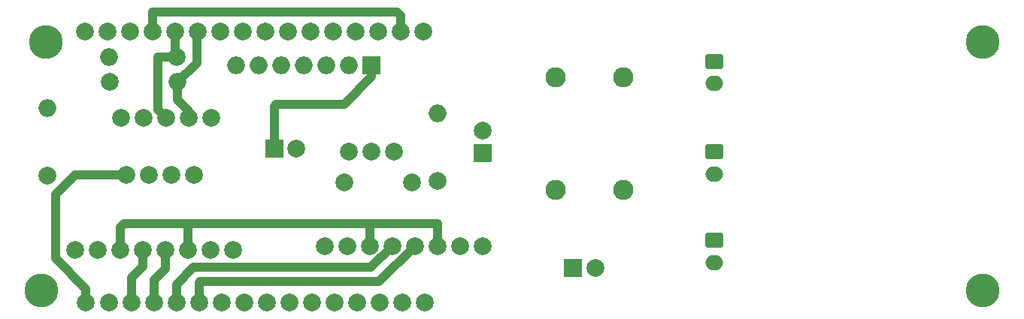
<source format=gbr>
%TF.GenerationSoftware,KiCad,Pcbnew,(6.0.7)*%
%TF.CreationDate,2022-09-01T21:18:45+02:00*%
%TF.ProjectId,AirQualitySensorBreakOutBoard,41697251-7561-46c6-9974-7953656e736f,rev?*%
%TF.SameCoordinates,Original*%
%TF.FileFunction,Copper,L2,Bot*%
%TF.FilePolarity,Positive*%
%FSLAX46Y46*%
G04 Gerber Fmt 4.6, Leading zero omitted, Abs format (unit mm)*
G04 Created by KiCad (PCBNEW (6.0.7)) date 2022-09-01 21:18:45*
%MOMM*%
%LPD*%
G01*
G04 APERTURE LIST*
G04 Aperture macros list*
%AMRoundRect*
0 Rectangle with rounded corners*
0 $1 Rounding radius*
0 $2 $3 $4 $5 $6 $7 $8 $9 X,Y pos of 4 corners*
0 Add a 4 corners polygon primitive as box body*
4,1,4,$2,$3,$4,$5,$6,$7,$8,$9,$2,$3,0*
0 Add four circle primitives for the rounded corners*
1,1,$1+$1,$2,$3*
1,1,$1+$1,$4,$5*
1,1,$1+$1,$6,$7*
1,1,$1+$1,$8,$9*
0 Add four rect primitives between the rounded corners*
20,1,$1+$1,$2,$3,$4,$5,0*
20,1,$1+$1,$4,$5,$6,$7,0*
20,1,$1+$1,$6,$7,$8,$9,0*
20,1,$1+$1,$8,$9,$2,$3,0*%
G04 Aperture macros list end*
%TA.AperFunction,ComponentPad*%
%ADD10RoundRect,0.250000X-0.750000X0.600000X-0.750000X-0.600000X0.750000X-0.600000X0.750000X0.600000X0*%
%TD*%
%TA.AperFunction,ComponentPad*%
%ADD11O,2.000000X1.700000*%
%TD*%
%TA.AperFunction,ComponentPad*%
%ADD12C,3.800000*%
%TD*%
%TA.AperFunction,ComponentPad*%
%ADD13C,2.000000*%
%TD*%
%TA.AperFunction,ComponentPad*%
%ADD14R,2.000000X2.000000*%
%TD*%
%TA.AperFunction,ComponentPad*%
%ADD15O,2.000000X2.000000*%
%TD*%
%TA.AperFunction,ComponentPad*%
%ADD16C,2.286000*%
%TD*%
%TA.AperFunction,Conductor*%
%ADD17C,1.000000*%
%TD*%
G04 APERTURE END LIST*
D10*
%TO.P,J2,1,Pin_1*%
%TO.N,Solar_IN*%
X93725000Y-20050000D03*
D11*
%TO.P,J2,2,Pin_2*%
%TO.N,GND*%
X93725000Y-22550000D03*
%TD*%
D12*
%TO.P,,1*%
%TO.N,N/C*%
X123900000Y-17900000D03*
%TD*%
D13*
%TO.P,U1,1,VCC*%
%TO.N,5V0*%
X21710000Y-41365000D03*
%TO.P,U1,2,GND*%
%TO.N,VDD2*%
X24250000Y-41365000D03*
%TO.P,U1,3,SET*%
%TO.N,PULLUP_1*%
X26790000Y-41365000D03*
%TO.P,U1,4,RXD*%
%TO.N,TX1*%
X29330000Y-41365000D03*
%TO.P,U1,5,TXD*%
%TO.N,RX1*%
X31870000Y-41365000D03*
%TO.P,U1,6,RESET*%
%TO.N,PULLUP_1*%
X34410000Y-41365000D03*
%TO.P,U1,7,NC*%
%TO.N,unconnected-(U1-Pad7)*%
X36950000Y-41365000D03*
%TO.P,U1,8,NC*%
%TO.N,unconnected-(U1-Pad8)*%
X39490000Y-41365000D03*
%TD*%
D14*
%TO.P,C1,1*%
%TO.N,5V0*%
X67600000Y-30382379D03*
D13*
%TO.P,C1,2*%
%TO.N,VDD2*%
X67600000Y-27882379D03*
%TD*%
%TO.P,R1,1*%
%TO.N,VDD_EN*%
X62500000Y-33510000D03*
D15*
%TO.P,R1,2*%
%TO.N,Net-(Q1-Pad1)*%
X62500000Y-25890000D03*
%TD*%
D13*
%TO.P,U4,1,VIN*%
%TO.N,3V3*%
X27490000Y-32865000D03*
%TO.P,U4,2,GND*%
%TO.N,VDD2*%
X30030000Y-32865000D03*
%TO.P,U4,3,SCL*%
%TO.N,SCL*%
X32570000Y-32865000D03*
%TO.P,U4,4,SDA*%
%TO.N,SDA*%
X35110000Y-32865000D03*
%TD*%
%TO.P,R4,1*%
%TO.N,3V3*%
X25590000Y-22400000D03*
D15*
%TO.P,R4,2*%
%TO.N,SDA*%
X33210000Y-22400000D03*
%TD*%
D13*
%TO.P,R5,1*%
%TO.N,GND*%
X59610000Y-33700000D03*
%TO.P,R5,2*%
%TO.N,Net-(Q1-Pad1)*%
X51990000Y-33700000D03*
%TD*%
%TO.P,Q1,1,G*%
%TO.N,Net-(Q1-Pad1)*%
X52500000Y-30200000D03*
%TO.P,Q1,2,D*%
%TO.N,VDD2*%
X55040000Y-30200000D03*
%TO.P,Q1,3,S*%
%TO.N,GND*%
X57580000Y-30200000D03*
%TD*%
%TO.P,R3,1*%
%TO.N,SCL*%
X33110000Y-19600000D03*
D15*
%TO.P,R3,2*%
%TO.N,3V3*%
X25490000Y-19600000D03*
%TD*%
D12*
%TO.P,REF\u002A\u002A,1*%
%TO.N,N/C*%
X17900000Y-45900000D03*
%TD*%
D14*
%TO.P,J4,1,Pin_1*%
%TO.N,3V3*%
X55100000Y-20500000D03*
D15*
%TO.P,J4,2,Pin_2*%
%TO.N,5V0*%
X52560000Y-20500000D03*
%TO.P,J4,3,Pin_3*%
%TO.N,VDD2*%
X50020000Y-20500000D03*
%TO.P,J4,4,Pin_4*%
%TO.N,SPI_SS*%
X47480000Y-20500000D03*
%TO.P,J4,5,Pin_5*%
%TO.N,SPI_SCK*%
X44940000Y-20500000D03*
%TO.P,J4,6,Pin_6*%
%TO.N,SPI_MISO*%
X42400000Y-20500000D03*
%TO.P,J4,7,Pin_7*%
%TO.N,SPI_MOSI*%
X39860000Y-20500000D03*
%TD*%
D14*
%TO.P,C3,1*%
%TO.N,Solar_IN*%
X77800000Y-43400000D03*
D13*
%TO.P,C3,2*%
%TO.N,GND*%
X80300000Y-43400000D03*
%TD*%
D14*
%TO.P,C2,1*%
%TO.N,3V3*%
X44117621Y-29900000D03*
D13*
%TO.P,C2,2*%
%TO.N,GND*%
X46617621Y-29900000D03*
%TD*%
%TO.P,U6,0,0*%
%TO.N,unconnected-(U6-Pad0)*%
X53314649Y-16653002D03*
%TO.P,U6,01,TXD*%
%TO.N,unconnected-(U6-Pad01)*%
X22834649Y-16653002D03*
%TO.P,U6,02,02*%
%TO.N,unconnected-(U6-Pad02)*%
X48354649Y-47243002D03*
%TO.P,U6,03,RXD*%
%TO.N,unconnected-(U6-Pad03)*%
X25374649Y-16653002D03*
%TO.P,U6,3V3,3V3*%
%TO.N,3V3*%
X22894649Y-47263002D03*
X27914649Y-16653002D03*
%TO.P,U6,04,04*%
%TO.N,unconnected-(U6-Pad04)*%
X45814649Y-47243002D03*
%TO.P,U6,05,SPI__SS*%
%TO.N,SPI_SS*%
X45694649Y-16653002D03*
%TO.P,U6,12,12*%
%TO.N,VDD_EN*%
X58514649Y-47243002D03*
%TO.P,U6,13,13*%
%TO.N,unconnected-(U6-Pad13)*%
X55974649Y-47243002D03*
%TO.P,U6,14,14*%
%TO.N,unconnected-(U6-Pad14)*%
X53434649Y-47243002D03*
%TO.P,U6,15,15*%
%TO.N,unconnected-(U6-Pad15)*%
X50894649Y-47243002D03*
%TO.P,U6,18,SPI_SCK*%
%TO.N,SPI_SCK*%
X43154649Y-16653002D03*
%TO.P,U6,19,SPI_MISO*%
%TO.N,SPI_MISO*%
X40614649Y-16653002D03*
%TO.P,U6,21,I2C_SDA*%
%TO.N,SDA*%
X35534649Y-16653002D03*
%TO.P,U6,22,I2C_SCL*%
%TO.N,SCL*%
X32994649Y-16653002D03*
%TO.P,U6,23,SPI_MOSI*%
%TO.N,SPI_MOSI*%
X38074649Y-16653002D03*
%TO.P,U6,25,25*%
%TO.N,unconnected-(U6-Pad25)*%
X38194649Y-47243002D03*
%TO.P,U6,26,26*%
%TO.N,unconnected-(U6-Pad26)*%
X40734649Y-47243002D03*
%TO.P,U6,27,27*%
%TO.N,unconnected-(U6-Pad27)*%
X43274649Y-47243002D03*
%TO.P,U6,32,32*%
%TO.N,TX1*%
X28034649Y-47243002D03*
%TO.P,U6,33,33*%
%TO.N,RX1*%
X30574649Y-47243002D03*
%TO.P,U6,34,34*%
%TO.N,TX2*%
X33114649Y-47243002D03*
%TO.P,U6,35,35*%
%TO.N,RX2*%
X35654649Y-47243002D03*
%TO.P,U6,36,36*%
%TO.N,unconnected-(U6-Pad36)*%
X50774649Y-16653002D03*
%TO.P,U6,39,39*%
%TO.N,unconnected-(U6-Pad39)*%
X48234649Y-16653002D03*
%TO.P,U6,GND,GND*%
%TO.N,GND*%
X25494649Y-47243002D03*
X30454649Y-16653002D03*
X58394649Y-16653002D03*
%TO.P,U6,RST,RST*%
%TO.N,unconnected-(U6-PadRST)*%
X55854649Y-16653002D03*
%TO.P,U6,VBAT,VBAT*%
%TO.N,unconnected-(U6-PadVBAT)*%
X61054649Y-47243002D03*
%TO.P,U6,VIN,VIN*%
%TO.N,unconnected-(U6-PadVIN)*%
X60934649Y-16653002D03*
%TD*%
%TO.P,R2,1*%
%TO.N,PULLUP_1*%
X18600000Y-32910000D03*
D15*
%TO.P,R2,2*%
%TO.N,3V3*%
X18600000Y-25290000D03*
%TD*%
D13*
%TO.P,U2,1,VCC*%
%TO.N,5V0*%
X49810000Y-40880000D03*
%TO.P,U2,2,GND*%
%TO.N,VDD2*%
X52350000Y-40880000D03*
%TO.P,U2,3,SET*%
%TO.N,PULLUP_1*%
X54890000Y-40880000D03*
%TO.P,U2,4,RXD*%
%TO.N,TX2*%
X57430000Y-40880000D03*
%TO.P,U2,5,TXD*%
%TO.N,RX2*%
X59970000Y-40880000D03*
%TO.P,U2,6,RESET*%
%TO.N,PULLUP_1*%
X62510000Y-40880000D03*
%TO.P,U2,7,NC*%
%TO.N,unconnected-(U2-Pad7)*%
X65050000Y-40880000D03*
%TO.P,U2,8,NC*%
%TO.N,unconnected-(U2-Pad8)*%
X67590000Y-40880000D03*
%TD*%
D12*
%TO.P,,1*%
%TO.N,N/C*%
X18400000Y-17900000D03*
%TD*%
%TO.P,,1*%
%TO.N,N/C*%
X123900000Y-45900000D03*
%TD*%
D10*
%TO.P,J1,1,Pin_1*%
%TO.N,Solar_IN*%
X93725000Y-40250000D03*
D11*
%TO.P,J1,2,Pin_2*%
%TO.N,GND*%
X93725000Y-42750000D03*
%TD*%
D13*
%TO.P,U3,1,VDD*%
%TO.N,5V0*%
X37017024Y-26435000D03*
%TO.P,U3,2,SDA*%
%TO.N,SDA*%
X34477024Y-26435000D03*
%TO.P,U3,3,SCL*%
%TO.N,SCL*%
X31938512Y-26413488D03*
%TO.P,U3,4,SEL*%
%TO.N,VDD2*%
X29400000Y-26435001D03*
%TO.P,U3,5,GND*%
X26861488Y-26435001D03*
%TD*%
D16*
%TO.P,REF\u002A\u002A,1*%
%TO.N,3V3*%
X75785000Y-34580000D03*
%TO.P,REF\u002A\u002A,2*%
%TO.N,VDD2*%
X83405000Y-34580000D03*
%TO.P,REF\u002A\u002A,3*%
%TO.N,5V0*%
X75785000Y-21880000D03*
%TO.P,REF\u002A\u002A,4*%
%TO.N,VDD2*%
X83405000Y-21880000D03*
%TD*%
D10*
%TO.P,J3,1,Pin_1*%
%TO.N,Solar_IN*%
X93700000Y-30250000D03*
D11*
%TO.P,J3,2,Pin_2*%
%TO.N,GND*%
X93700000Y-32750000D03*
%TD*%
D17*
%TO.N,GND*%
X30454649Y-16653002D02*
X30454649Y-14500000D01*
X58000000Y-14500000D02*
X58394649Y-14894649D01*
X30454649Y-14500000D02*
X58000000Y-14500000D01*
X58394649Y-14894649D02*
X58394649Y-16653002D01*
%TO.N,SCL*%
X31000000Y-19600000D02*
X33110000Y-19600000D01*
X33110000Y-19600000D02*
X32994649Y-19484649D01*
X32994649Y-19484649D02*
X32994649Y-16653002D01*
X31938512Y-26878487D02*
X31938512Y-26413488D01*
X31000000Y-25474976D02*
X31000000Y-19600000D01*
X31938512Y-26413488D02*
X31000000Y-25474976D01*
%TO.N,TX1*%
X28034649Y-44465351D02*
X28034649Y-47243002D01*
X29330000Y-43170000D02*
X28034649Y-44465351D01*
X29330000Y-41365000D02*
X29330000Y-43170000D01*
%TO.N,RX1*%
X31870000Y-43430000D02*
X30574649Y-44725351D01*
X31870000Y-41365000D02*
X31870000Y-43430000D01*
X30574649Y-44725351D02*
X30574649Y-47243002D01*
%TO.N,TX2*%
X35000000Y-43300000D02*
X55010000Y-43300000D01*
X33114649Y-45185351D02*
X35000000Y-43300000D01*
X55010000Y-43300000D02*
X57430000Y-40880000D01*
X33114649Y-47243002D02*
X33114649Y-45185351D01*
%TO.N,RX2*%
X55950000Y-44900000D02*
X35800000Y-44900000D01*
X35654649Y-45045351D02*
X35654649Y-47243002D01*
X59970000Y-40880000D02*
X55950000Y-44900000D01*
X35800000Y-44900000D02*
X35654649Y-45045351D01*
%TO.N,PULLUP_1*%
X62510000Y-38410000D02*
X62500000Y-38400000D01*
X62510000Y-40880000D02*
X62510000Y-38410000D01*
X34410000Y-38610000D02*
X34410000Y-41365000D01*
X54890000Y-38510000D02*
X54890000Y-40880000D01*
X27200000Y-38400000D02*
X34000000Y-38400000D01*
X26790000Y-38810000D02*
X27200000Y-38400000D01*
X26790000Y-41365000D02*
X26790000Y-38810000D01*
X62500000Y-38400000D02*
X55200000Y-38400000D01*
X55000000Y-38400000D02*
X34200000Y-38400000D01*
%TO.N,SDA*%
X35400000Y-20210000D02*
X33210000Y-22400000D01*
X35400000Y-16787651D02*
X35400000Y-20210000D01*
X33210000Y-24410000D02*
X33210000Y-22400000D01*
X35534649Y-16653002D02*
X35400000Y-16787651D01*
X34477024Y-25677024D02*
X33210000Y-24410000D01*
X34477024Y-26899999D02*
X34477024Y-25677024D01*
%TO.N,3V3*%
X55100000Y-21800000D02*
X52000000Y-24900000D01*
X27490000Y-32865000D02*
X21735000Y-32865000D01*
X44335242Y-24900000D02*
X44117621Y-25117621D01*
X44117621Y-25117621D02*
X44117621Y-29900000D01*
X19500000Y-42300000D02*
X22894649Y-45694649D01*
X55100000Y-20500000D02*
X55100000Y-21800000D01*
X19500000Y-35100000D02*
X19500000Y-42300000D01*
X52000000Y-24900000D02*
X44335242Y-24900000D01*
X21735000Y-32865000D02*
X19500000Y-35100000D01*
X22894649Y-45694649D02*
X22894649Y-47263002D01*
%TD*%
M02*

</source>
